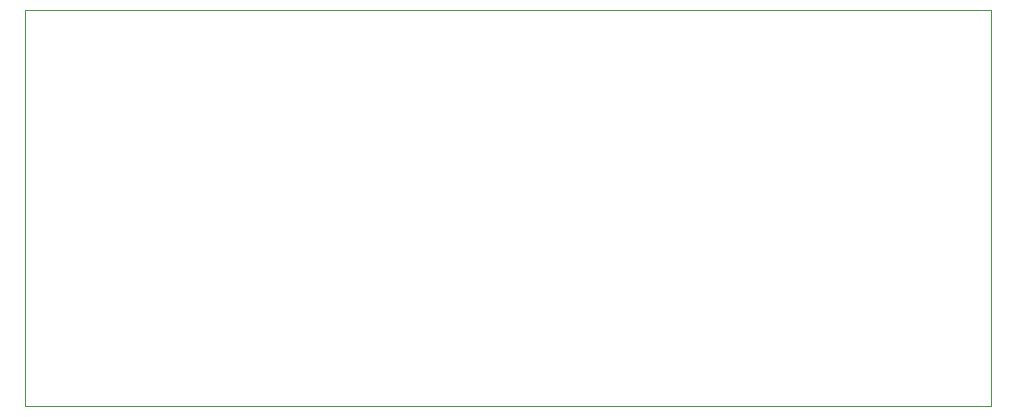
<source format=gbr>
%TF.GenerationSoftware,KiCad,Pcbnew,(6.0.1)*%
%TF.CreationDate,2022-06-01T15:25:36+03:00*%
%TF.ProjectId,Input Connector,496e7075-7420-4436-9f6e-6e6563746f72,rev?*%
%TF.SameCoordinates,Original*%
%TF.FileFunction,Profile,NP*%
%FSLAX46Y46*%
G04 Gerber Fmt 4.6, Leading zero omitted, Abs format (unit mm)*
G04 Created by KiCad (PCBNEW (6.0.1)) date 2022-06-01 15:25:36*
%MOMM*%
%LPD*%
G01*
G04 APERTURE LIST*
%TA.AperFunction,Profile*%
%ADD10C,0.100000*%
%TD*%
G04 APERTURE END LIST*
D10*
X87376000Y-100838000D02*
X169164000Y-100838000D01*
X169164000Y-100838000D02*
X169164000Y-67310000D01*
X169164000Y-67310000D02*
X87376000Y-67310000D01*
X87376000Y-67310000D02*
X87376000Y-100838000D01*
M02*

</source>
